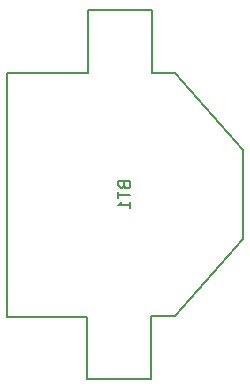
<source format=gbo>
G04 #@! TF.GenerationSoftware,KiCad,Pcbnew,5.1.0*
G04 #@! TF.CreationDate,2019-04-07T16:46:14+09:00*
G04 #@! TF.ProjectId,micro_cmos_guy,6d696372-6f5f-4636-9d6f-735f6775792e,rev?*
G04 #@! TF.SameCoordinates,Original*
G04 #@! TF.FileFunction,Legend,Bot*
G04 #@! TF.FilePolarity,Positive*
%FSLAX46Y46*%
G04 Gerber Fmt 4.6, Leading zero omitted, Abs format (unit mm)*
G04 Created by KiCad (PCBNEW 5.1.0) date 2019-04-07 16:46:14*
%MOMM*%
%LPD*%
G04 APERTURE LIST*
%ADD10C,0.150000*%
G04 APERTURE END LIST*
D10*
X116200000Y-111200000D02*
X118200000Y-111200000D01*
X116300000Y-90600000D02*
X118200000Y-90600000D01*
X118200000Y-111200000D02*
X124000000Y-104700000D01*
X118200000Y-90600000D02*
X124000000Y-97100000D01*
X124000000Y-104700000D02*
X124000000Y-97100000D01*
X116300000Y-90600000D02*
X116300000Y-85300000D01*
X116300000Y-85300000D02*
X110900000Y-85300000D01*
X110900000Y-85300000D02*
X110900000Y-90600000D01*
X110900000Y-90600000D02*
X104000000Y-90600000D01*
X116200000Y-111200000D02*
X116200000Y-116500000D01*
X116200000Y-116500000D02*
X110800000Y-116500000D01*
X110800000Y-116500000D02*
X110800000Y-111300000D01*
X110800000Y-111300000D02*
X104000000Y-111300000D01*
X104000000Y-90600000D02*
X104000000Y-111300000D01*
X113928571Y-100114285D02*
X113976190Y-100257142D01*
X114023809Y-100304761D01*
X114119047Y-100352380D01*
X114261904Y-100352380D01*
X114357142Y-100304761D01*
X114404761Y-100257142D01*
X114452380Y-100161904D01*
X114452380Y-99780952D01*
X113452380Y-99780952D01*
X113452380Y-100114285D01*
X113500000Y-100209523D01*
X113547619Y-100257142D01*
X113642857Y-100304761D01*
X113738095Y-100304761D01*
X113833333Y-100257142D01*
X113880952Y-100209523D01*
X113928571Y-100114285D01*
X113928571Y-99780952D01*
X113452380Y-100638095D02*
X113452380Y-101209523D01*
X114452380Y-100923809D02*
X113452380Y-100923809D01*
X114452380Y-102066666D02*
X114452380Y-101495238D01*
X114452380Y-101780952D02*
X113452380Y-101780952D01*
X113595238Y-101685714D01*
X113690476Y-101590476D01*
X113738095Y-101495238D01*
M02*

</source>
